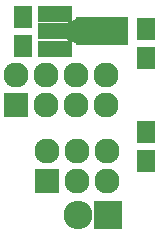
<source format=gbs>
G04 #@! TF.FileFunction,Soldermask,Bot*
%FSLAX46Y46*%
G04 Gerber Fmt 4.6, Leading zero omitted, Abs format (unit mm)*
G04 Created by KiCad (PCBNEW 4.0.1-stable) date 03/05/2016 22:29:02*
%MOMM*%
G01*
G04 APERTURE LIST*
%ADD10C,0.100000*%
%ADD11C,2.127200*%
%ADD12R,2.127200X2.127200*%
%ADD13O,2.127200X2.127200*%
%ADD14R,1.650000X1.900000*%
%ADD15R,2.432000X2.432000*%
%ADD16O,2.432000X2.432000*%
%ADD17R,2.901900X1.400760*%
%ADD18R,4.400500X2.398980*%
G04 APERTURE END LIST*
D10*
D11*
X158599200Y-93493800D03*
D12*
X158599200Y-96033800D03*
D13*
X161139200Y-93493800D03*
X161139200Y-96033800D03*
X163679200Y-93493800D03*
X163679200Y-96033800D03*
X166219200Y-93493800D03*
X166219200Y-96033800D03*
D14*
X169572000Y-92026000D03*
X169572000Y-89526000D03*
X159158000Y-88510000D03*
X159158000Y-91010000D03*
D12*
X161190000Y-102460000D03*
D13*
X161190000Y-99920000D03*
X163730000Y-102460000D03*
X163730000Y-99920000D03*
X166270000Y-102460000D03*
X166270000Y-99920000D03*
D15*
X166397000Y-105317500D03*
D16*
X163857000Y-105317500D03*
D17*
X161885960Y-91261140D03*
X161885960Y-89760000D03*
X161885960Y-88258860D03*
D18*
X165838200Y-89760000D03*
D10*
G36*
X162914050Y-89059620D02*
X164063350Y-88559240D01*
X164063350Y-90960760D01*
X162914050Y-90460380D01*
X162914050Y-89059620D01*
X162914050Y-89059620D01*
G37*
D14*
X169572000Y-98269000D03*
X169572000Y-100769000D03*
M02*

</source>
